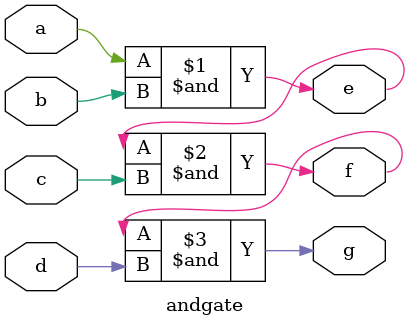
<source format=v>
`timescale 1ns / 1ps

module andgate(
    input a,
    input b,
    input c,
    input d,
    output e,
    output f,
    output g
    );

assign e=a&b;
assign f=e&c;
assign g=f&d;

endmodule
</source>
